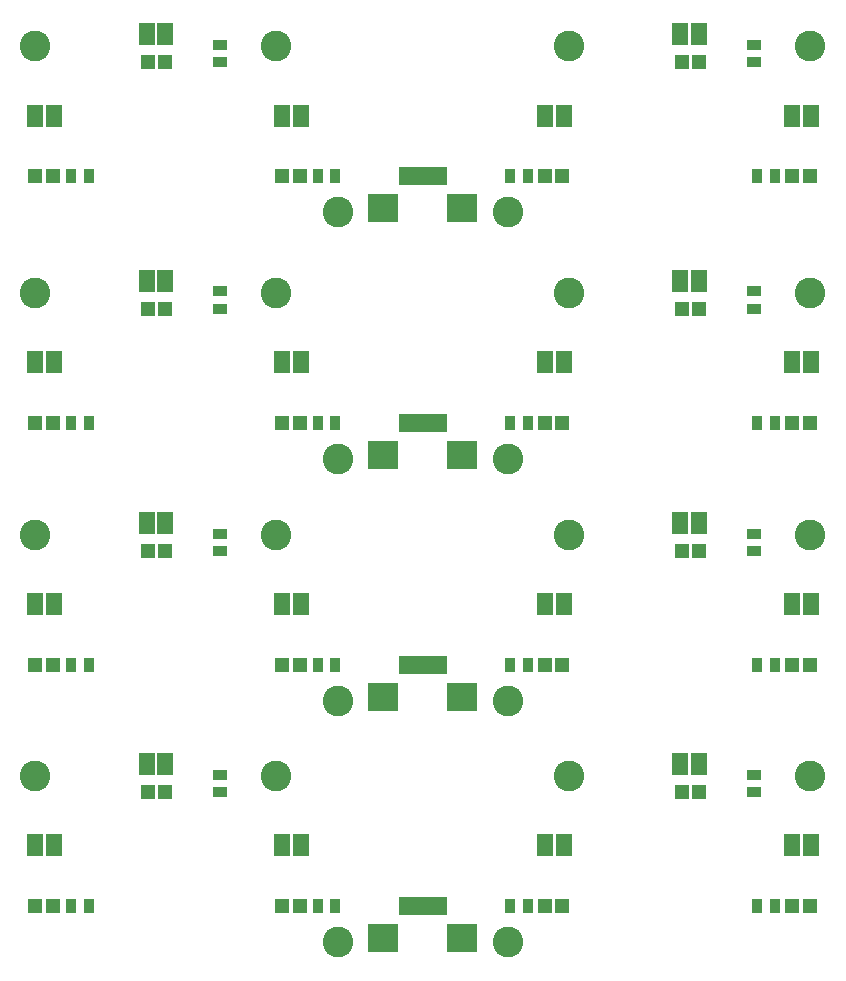
<source format=gbs>
G04 #@! TF.GenerationSoftware,KiCad,Pcbnew,(5.0.0)*
G04 #@! TF.CreationDate,2019-07-10T13:07:56+09:00*
G04 #@! TF.ProjectId,line and sensor,6C696E6520616E642073656E736F722E,rev?*
G04 #@! TF.SameCoordinates,Original*
G04 #@! TF.FileFunction,Soldermask,Bot*
G04 #@! TF.FilePolarity,Negative*
%FSLAX46Y46*%
G04 Gerber Fmt 4.6, Leading zero omitted, Abs format (unit mm)*
G04 Created by KiCad (PCBNEW (5.0.0)) date 07/10/19 13:07:56*
%MOMM*%
%LPD*%
G01*
G04 APERTURE LIST*
%ADD10C,2.600000*%
%ADD11R,1.200000X0.900000*%
%ADD12R,1.400000X1.850000*%
%ADD13R,1.200000X1.200000*%
%ADD14R,0.900000X1.200000*%
%ADD15R,0.630000X1.650000*%
%ADD16R,2.200000X2.400000*%
%ADD17R,2.600000X2.400000*%
G04 APERTURE END LIST*
D10*
G04 #@! TO.C,REF\002A\002A*
X188600000Y-62250000D03*
G04 #@! TD*
G04 #@! TO.C,REF\002A\002A*
X168200000Y-62250000D03*
G04 #@! TD*
D11*
G04 #@! TO.C,R2*
X183800000Y-62100000D03*
X183800000Y-63600000D03*
G04 #@! TD*
D12*
G04 #@! TO.C,Q1*
X177600000Y-61200000D03*
X179200000Y-61200000D03*
G04 #@! TD*
G04 #@! TO.C,Q4*
X188650000Y-68100000D03*
X187050000Y-68100000D03*
G04 #@! TD*
D13*
G04 #@! TO.C,D2*
X179200000Y-63600000D03*
X177700000Y-63600000D03*
G04 #@! TD*
D14*
G04 #@! TO.C,R3*
X146900000Y-73250000D03*
X148400000Y-73250000D03*
G04 #@! TD*
D10*
G04 #@! TO.C,REF\002A\002A*
X123000000Y-62250000D03*
G04 #@! TD*
D14*
G04 #@! TO.C,R5*
X185600000Y-73200000D03*
X184100000Y-73200000D03*
G04 #@! TD*
D10*
G04 #@! TO.C,REF\002A\002A*
X143400000Y-62250000D03*
G04 #@! TD*
D15*
G04 #@! TO.C,J1*
X157050000Y-73250000D03*
X157550000Y-73250000D03*
X156050000Y-73250000D03*
D16*
X152400000Y-75925000D03*
D15*
X155550000Y-73250000D03*
X155050000Y-73250000D03*
X154050000Y-73250000D03*
X156550000Y-73250000D03*
D17*
X159150000Y-75925000D03*
X152400000Y-75925000D03*
D15*
X154550000Y-73250000D03*
G04 #@! TD*
D14*
G04 #@! TO.C,R2*
X127500000Y-73250000D03*
X126000000Y-73250000D03*
G04 #@! TD*
D13*
G04 #@! TO.C,D4*
X166100000Y-73200000D03*
X167600000Y-73200000D03*
G04 #@! TD*
D10*
G04 #@! TO.C,REF\002A\002A*
X163000000Y-76300000D03*
G04 #@! TD*
D13*
G04 #@! TO.C,D2*
X124500000Y-73250000D03*
X123000000Y-73250000D03*
G04 #@! TD*
D11*
G04 #@! TO.C,R2*
X138600000Y-62100000D03*
X138600000Y-63600000D03*
G04 #@! TD*
D12*
G04 #@! TO.C,Q1*
X132400000Y-61200000D03*
X134000000Y-61200000D03*
G04 #@! TD*
D14*
G04 #@! TO.C,R4*
X163200000Y-73200000D03*
X164700000Y-73200000D03*
G04 #@! TD*
D10*
G04 #@! TO.C,REF\002A\002A*
X148600000Y-76300000D03*
G04 #@! TD*
D12*
G04 #@! TO.C,Q3*
X166150000Y-68100000D03*
X167750000Y-68100000D03*
G04 #@! TD*
D13*
G04 #@! TO.C,D3*
X143900000Y-73250000D03*
X145400000Y-73250000D03*
G04 #@! TD*
D12*
G04 #@! TO.C,Q1*
X124550000Y-68100000D03*
X122950000Y-68100000D03*
G04 #@! TD*
D13*
G04 #@! TO.C,D2*
X134000000Y-63600000D03*
X132500000Y-63600000D03*
G04 #@! TD*
G04 #@! TO.C,D5*
X188550000Y-73200000D03*
X187050000Y-73200000D03*
G04 #@! TD*
D12*
G04 #@! TO.C,Q2*
X143850000Y-68100000D03*
X145450000Y-68100000D03*
G04 #@! TD*
D10*
G04 #@! TO.C,REF\002A\002A*
X188600000Y-83150000D03*
G04 #@! TD*
G04 #@! TO.C,REF\002A\002A*
X168200000Y-83150000D03*
G04 #@! TD*
D11*
G04 #@! TO.C,R2*
X183800000Y-83000000D03*
X183800000Y-84500000D03*
G04 #@! TD*
D12*
G04 #@! TO.C,Q1*
X177600000Y-82100000D03*
X179200000Y-82100000D03*
G04 #@! TD*
G04 #@! TO.C,Q4*
X188650000Y-89000000D03*
X187050000Y-89000000D03*
G04 #@! TD*
D13*
G04 #@! TO.C,D2*
X179200000Y-84500000D03*
X177700000Y-84500000D03*
G04 #@! TD*
D14*
G04 #@! TO.C,R3*
X146900000Y-94150000D03*
X148400000Y-94150000D03*
G04 #@! TD*
D10*
G04 #@! TO.C,REF\002A\002A*
X123000000Y-83150000D03*
G04 #@! TD*
D14*
G04 #@! TO.C,R5*
X185600000Y-94100000D03*
X184100000Y-94100000D03*
G04 #@! TD*
D10*
G04 #@! TO.C,REF\002A\002A*
X143400000Y-83150000D03*
G04 #@! TD*
D15*
G04 #@! TO.C,J1*
X157050000Y-94150000D03*
X157550000Y-94150000D03*
X156050000Y-94150000D03*
D16*
X152400000Y-96825000D03*
D15*
X155550000Y-94150000D03*
X155050000Y-94150000D03*
X154050000Y-94150000D03*
X156550000Y-94150000D03*
D17*
X159150000Y-96825000D03*
X152400000Y-96825000D03*
D15*
X154550000Y-94150000D03*
G04 #@! TD*
D14*
G04 #@! TO.C,R2*
X127500000Y-94150000D03*
X126000000Y-94150000D03*
G04 #@! TD*
D13*
G04 #@! TO.C,D4*
X166100000Y-94100000D03*
X167600000Y-94100000D03*
G04 #@! TD*
D10*
G04 #@! TO.C,REF\002A\002A*
X163000000Y-97200000D03*
G04 #@! TD*
D13*
G04 #@! TO.C,D2*
X124500000Y-94150000D03*
X123000000Y-94150000D03*
G04 #@! TD*
D11*
G04 #@! TO.C,R2*
X138600000Y-83000000D03*
X138600000Y-84500000D03*
G04 #@! TD*
D12*
G04 #@! TO.C,Q1*
X132400000Y-82100000D03*
X134000000Y-82100000D03*
G04 #@! TD*
D14*
G04 #@! TO.C,R4*
X163200000Y-94100000D03*
X164700000Y-94100000D03*
G04 #@! TD*
D10*
G04 #@! TO.C,REF\002A\002A*
X148600000Y-97200000D03*
G04 #@! TD*
D12*
G04 #@! TO.C,Q3*
X166150000Y-89000000D03*
X167750000Y-89000000D03*
G04 #@! TD*
D13*
G04 #@! TO.C,D3*
X143900000Y-94150000D03*
X145400000Y-94150000D03*
G04 #@! TD*
D12*
G04 #@! TO.C,Q1*
X124550000Y-89000000D03*
X122950000Y-89000000D03*
G04 #@! TD*
D13*
G04 #@! TO.C,D2*
X134000000Y-84500000D03*
X132500000Y-84500000D03*
G04 #@! TD*
G04 #@! TO.C,D5*
X188550000Y-94100000D03*
X187050000Y-94100000D03*
G04 #@! TD*
D12*
G04 #@! TO.C,Q2*
X143850000Y-89000000D03*
X145450000Y-89000000D03*
G04 #@! TD*
D10*
G04 #@! TO.C,REF\002A\002A*
X188600000Y-103650000D03*
G04 #@! TD*
G04 #@! TO.C,REF\002A\002A*
X168200000Y-103650000D03*
G04 #@! TD*
D11*
G04 #@! TO.C,R2*
X183800000Y-103500000D03*
X183800000Y-105000000D03*
G04 #@! TD*
D12*
G04 #@! TO.C,Q1*
X177600000Y-102600000D03*
X179200000Y-102600000D03*
G04 #@! TD*
G04 #@! TO.C,Q4*
X188650000Y-109500000D03*
X187050000Y-109500000D03*
G04 #@! TD*
D13*
G04 #@! TO.C,D2*
X179200000Y-105000000D03*
X177700000Y-105000000D03*
G04 #@! TD*
D14*
G04 #@! TO.C,R3*
X146900000Y-114650000D03*
X148400000Y-114650000D03*
G04 #@! TD*
D10*
G04 #@! TO.C,REF\002A\002A*
X123000000Y-103650000D03*
G04 #@! TD*
D14*
G04 #@! TO.C,R5*
X185600000Y-114600000D03*
X184100000Y-114600000D03*
G04 #@! TD*
D10*
G04 #@! TO.C,REF\002A\002A*
X143400000Y-103650000D03*
G04 #@! TD*
D15*
G04 #@! TO.C,J1*
X157050000Y-114650000D03*
X157550000Y-114650000D03*
X156050000Y-114650000D03*
D16*
X152400000Y-117325000D03*
D15*
X155550000Y-114650000D03*
X155050000Y-114650000D03*
X154050000Y-114650000D03*
X156550000Y-114650000D03*
D17*
X159150000Y-117325000D03*
X152400000Y-117325000D03*
D15*
X154550000Y-114650000D03*
G04 #@! TD*
D14*
G04 #@! TO.C,R2*
X127500000Y-114650000D03*
X126000000Y-114650000D03*
G04 #@! TD*
D13*
G04 #@! TO.C,D4*
X166100000Y-114600000D03*
X167600000Y-114600000D03*
G04 #@! TD*
D10*
G04 #@! TO.C,REF\002A\002A*
X163000000Y-117700000D03*
G04 #@! TD*
D13*
G04 #@! TO.C,D2*
X124500000Y-114650000D03*
X123000000Y-114650000D03*
G04 #@! TD*
D11*
G04 #@! TO.C,R2*
X138600000Y-103500000D03*
X138600000Y-105000000D03*
G04 #@! TD*
D12*
G04 #@! TO.C,Q1*
X132400000Y-102600000D03*
X134000000Y-102600000D03*
G04 #@! TD*
D14*
G04 #@! TO.C,R4*
X163200000Y-114600000D03*
X164700000Y-114600000D03*
G04 #@! TD*
D10*
G04 #@! TO.C,REF\002A\002A*
X148600000Y-117700000D03*
G04 #@! TD*
D12*
G04 #@! TO.C,Q3*
X166150000Y-109500000D03*
X167750000Y-109500000D03*
G04 #@! TD*
D13*
G04 #@! TO.C,D3*
X143900000Y-114650000D03*
X145400000Y-114650000D03*
G04 #@! TD*
D12*
G04 #@! TO.C,Q1*
X124550000Y-109500000D03*
X122950000Y-109500000D03*
G04 #@! TD*
D13*
G04 #@! TO.C,D2*
X134000000Y-105000000D03*
X132500000Y-105000000D03*
G04 #@! TD*
G04 #@! TO.C,D5*
X188550000Y-114600000D03*
X187050000Y-114600000D03*
G04 #@! TD*
D12*
G04 #@! TO.C,Q2*
X143850000Y-109500000D03*
X145450000Y-109500000D03*
G04 #@! TD*
D11*
G04 #@! TO.C,R2*
X183800000Y-125400000D03*
X183800000Y-123900000D03*
G04 #@! TD*
D12*
G04 #@! TO.C,Q1*
X179200000Y-123000000D03*
X177600000Y-123000000D03*
G04 #@! TD*
D10*
G04 #@! TO.C,REF\002A\002A*
X188600000Y-124050000D03*
G04 #@! TD*
D13*
G04 #@! TO.C,D2*
X177700000Y-125400000D03*
X179200000Y-125400000D03*
G04 #@! TD*
D10*
G04 #@! TO.C,REF\002A\002A*
X168200000Y-124050000D03*
G04 #@! TD*
D11*
G04 #@! TO.C,R2*
X138600000Y-125400000D03*
X138600000Y-123900000D03*
G04 #@! TD*
D12*
G04 #@! TO.C,Q1*
X134000000Y-123000000D03*
X132400000Y-123000000D03*
G04 #@! TD*
D10*
G04 #@! TO.C,REF\002A\002A*
X143400000Y-124050000D03*
G04 #@! TD*
D13*
G04 #@! TO.C,D2*
X132500000Y-125400000D03*
X134000000Y-125400000D03*
G04 #@! TD*
D10*
G04 #@! TO.C,REF\002A\002A*
X123000000Y-124050000D03*
G04 #@! TD*
D12*
G04 #@! TO.C,Q4*
X187050000Y-129900000D03*
X188650000Y-129900000D03*
G04 #@! TD*
D13*
G04 #@! TO.C,D5*
X187050000Y-135000000D03*
X188550000Y-135000000D03*
G04 #@! TD*
G04 #@! TO.C,D2*
X123000000Y-135050000D03*
X124500000Y-135050000D03*
G04 #@! TD*
D14*
G04 #@! TO.C,R3*
X148400000Y-135050000D03*
X146900000Y-135050000D03*
G04 #@! TD*
D15*
G04 #@! TO.C,J1*
X154550000Y-135050000D03*
D17*
X152400000Y-137725000D03*
X159150000Y-137725000D03*
D15*
X156550000Y-135050000D03*
X154050000Y-135050000D03*
X155050000Y-135050000D03*
X155550000Y-135050000D03*
D16*
X152400000Y-137725000D03*
D15*
X156050000Y-135050000D03*
X157550000Y-135050000D03*
X157050000Y-135050000D03*
G04 #@! TD*
D14*
G04 #@! TO.C,R2*
X126000000Y-135050000D03*
X127500000Y-135050000D03*
G04 #@! TD*
D12*
G04 #@! TO.C,Q3*
X167750000Y-129900000D03*
X166150000Y-129900000D03*
G04 #@! TD*
G04 #@! TO.C,Q2*
X145450000Y-129900000D03*
X143850000Y-129900000D03*
G04 #@! TD*
G04 #@! TO.C,Q1*
X122950000Y-129900000D03*
X124550000Y-129900000D03*
G04 #@! TD*
D13*
G04 #@! TO.C,D3*
X145400000Y-135050000D03*
X143900000Y-135050000D03*
G04 #@! TD*
G04 #@! TO.C,D4*
X167600000Y-135000000D03*
X166100000Y-135000000D03*
G04 #@! TD*
D10*
G04 #@! TO.C,REF\002A\002A*
X148600000Y-138100000D03*
G04 #@! TD*
D14*
G04 #@! TO.C,R4*
X164700000Y-135000000D03*
X163200000Y-135000000D03*
G04 #@! TD*
D10*
G04 #@! TO.C,REF\002A\002A*
X163000000Y-138100000D03*
G04 #@! TD*
D14*
G04 #@! TO.C,R5*
X184100000Y-135000000D03*
X185600000Y-135000000D03*
G04 #@! TD*
M02*

</source>
